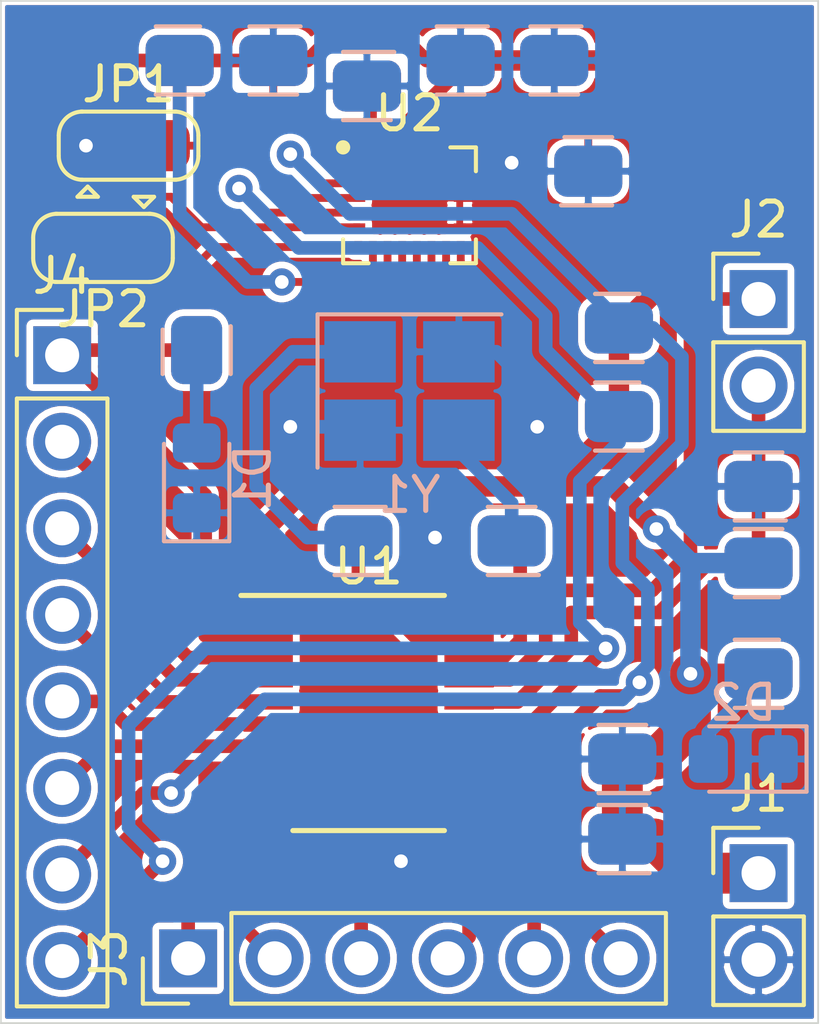
<source format=kicad_pcb>
(kicad_pcb (version 20171130) (host pcbnew "(5.1.5)-3")
  (layers (0 F.Cu signal) (31 B.Cu signal) (34 B.Paste user) (35 F.Paste user) (36 B.SilkS user) (37 F.SilkS user hide) (38 B.Mask user) (39 F.Mask user) (44 Edge.Cuts user))
  (net 0 "")
  (net 1 "Net-(C1-Pad2)")
  (net 2 "Net-(C1-Pad1)")
  (net 3 GND)
  (net 4 RST)
  (net 5 "Net-(C5-Pad1)")
  (net 6 "Net-(C5-Pad2)")
  (net 7 "Net-(D1-Pad2)")
  (net 8 "Net-(D2-Pad2)")
  (net 9 VCC)
  (net 10 TST)
  (net 11 P2.0)
  (net 12 P2.1)
  (net 13 P2.2)
  (net 14 P2.3)
  (net 15 P2.4)
  (net 16 P2.5)
  (net 17 P1.0)
  (net 18 P1.1)
  (net 19 P1.2)
  (net 20 P1.3)
  (net 21 P1.4)
  (net 22 P1.5)
  (net 23 P1.6)
  (net 24 P1.7)
  (net 25 "Net-(C6-Pad2)")
  (net 26 "Net-(C7-Pad2)")
  (net 27 "Net-(JP1-Pad2)")
  (net 28 "Net-(JP2-Pad2)")
  (net 29 I2C_SEL)
  (net 30 "Net-(U2-Pad9)")
  (net 31 "Net-(U2-Pad10)")
  (net 32 "Net-(U2-Pad11)")
  (net 33 "Net-(U2-Pad12)")
  (net 34 "Net-(U2-Pad13)")
  (module thSMD:thsmd_04_l_NH (layer B.Cu) (at 117.25 75 180)
    (fp_text reference C6 hide)
    (fp_text value 10uF hide)
    (fp_line (start 0.7 1) (end -0.7 1) (layer F.SilkS) (width 0.12))
    (fp_line (start -0.7 -1) (end 0.8 -1) (layer F.SilkS) (width 0.12))
    (fp_line (start -0.7 1) (end 0.7 1) (layer B.SilkS) (width 0.12))
    (fp_line (start -0.7 -1) (end 0.8 -1) (layer B.SilkS) (width 0.12))
    (pad 1 smd roundrect (at 0 0 180) (size 2 1.5) (layers B.Cu B.Mask) (net 3 GND))
    (pad 2 smd roundrect (at 0 0 180) (size 2 1.5) (layers F.Cu F.Mask) (net 25 "Net-(C6-Pad2)"))
  )
  (module thSMD:thsmd_04_l_NH (layer B.Cu) (at 110.75 72.5)
    (fp_text reference C7 hide)
    (fp_text value 0.1uF hide)
    (fp_line (start 0.7 1) (end -0.7 1) (layer F.SilkS) (width 0.12))
    (fp_line (start -0.7 -1) (end 0.8 -1) (layer F.SilkS) (width 0.12))
    (fp_line (start -0.7 1) (end 0.7 1) (layer B.SilkS) (width 0.12))
    (fp_line (start -0.7 -1) (end 0.8 -1) (layer B.SilkS) (width 0.12))
    (pad 1 smd roundrect (at 0 0) (size 2 1.5) (layers B.Cu B.Mask) (net 3 GND))
    (pad 2 smd roundrect (at 0 0) (size 2 1.5) (layers F.Cu F.Mask) (net 26 "Net-(C7-Pad2)"))
  )
  (module thSMD:thsmd_04_l_NH (layer B.Cu) (at 108 71.75)
    (fp_text reference C8 hide)
    (fp_text value 0.1uF hide)
    (fp_line (start -0.7 -1) (end 0.8 -1) (layer B.SilkS) (width 0.12))
    (fp_line (start -0.7 1) (end 0.7 1) (layer B.SilkS) (width 0.12))
    (fp_line (start -0.7 -1) (end 0.8 -1) (layer F.SilkS) (width 0.12))
    (fp_line (start 0.7 1) (end -0.7 1) (layer F.SilkS) (width 0.12))
    (pad 2 smd roundrect (at 0 0) (size 2 1.5) (layers F.Cu F.Mask) (net 9 VCC))
    (pad 1 smd roundrect (at 0 0) (size 2 1.5) (layers B.Cu B.Mask) (net 3 GND))
  )
  (module thSMD:thsmd_04_l_NH (layer B.Cu) (at 116.25 71.75)
    (fp_text reference C9 hide)
    (fp_text value 10uF hide)
    (fp_line (start 0.7 1) (end -0.7 1) (layer F.SilkS) (width 0.12))
    (fp_line (start -0.7 -1) (end 0.8 -1) (layer F.SilkS) (width 0.12))
    (fp_line (start -0.7 1) (end 0.7 1) (layer B.SilkS) (width 0.12))
    (fp_line (start -0.7 -1) (end 0.8 -1) (layer B.SilkS) (width 0.12))
    (pad 1 smd roundrect (at 0 0) (size 2 1.5) (layers B.Cu B.Mask) (net 3 GND))
    (pad 2 smd roundrect (at 0 0) (size 2 1.5) (layers F.Cu F.Mask) (net 9 VCC))
  )
  (module thSMD:thsmd_04_l_NH (layer B.Cu) (at 113.5 71.75)
    (fp_text reference C10 hide)
    (fp_text value 0.1uF hide)
    (fp_line (start -0.7 -1) (end 0.8 -1) (layer B.SilkS) (width 0.12))
    (fp_line (start -0.7 1) (end 0.7 1) (layer B.SilkS) (width 0.12))
    (fp_line (start -0.7 -1) (end 0.8 -1) (layer F.SilkS) (width 0.12))
    (fp_line (start 0.7 1) (end -0.7 1) (layer F.SilkS) (width 0.12))
    (pad 2 smd roundrect (at 0 0) (size 2 1.5) (layers F.Cu F.Mask) (net 9 VCC))
    (pad 1 smd roundrect (at 0 0) (size 2 1.5) (layers B.Cu B.Mask) (net 3 GND))
  )
  (module Connector_PinHeader_2.54mm:PinHeader_1x02_P2.54mm_Vertical (layer F.Cu) (at 122.25 78.75)
    (fp_text reference J2 (at 0 -2.33) (layer F.SilkS))
    (fp_text value Programmer)
    (fp_line (start -1.33 3.87) (end 1.33 3.87) (layer F.SilkS) (width 0.12))
    (fp_line (start -1.33 1.27) (end -1.33 3.87) (layer F.SilkS) (width 0.12))
    (fp_line (start 1.33 1.27) (end 1.33 3.87) (layer F.SilkS) (width 0.12))
    (fp_line (start -1.33 1.27) (end 1.33 1.27) (layer F.SilkS) (width 0.12))
    (fp_line (start -1.33 0) (end -1.33 -1.33) (layer F.SilkS) (width 0.12))
    (fp_line (start -1.33 -1.33) (end 0 -1.33) (layer F.SilkS) (width 0.12))
    (pad 1 thru_hole rect (at 0 0) (size 1.7 1.7) (drill 1) (layers *.Cu *.Mask) (net 10 TST))
    (pad 2 thru_hole oval (at 0 2.54) (size 1.7 1.7) (drill 1) (layers *.Cu *.Mask) (net 4 RST))
  )
  (module Jumper:SolderJumper-3_P1.3mm_Bridged12_RoundedPad1.0x1.5mm (layer F.Cu) (at 103.75 74.25)
    (fp_text reference JP1 (at 0 -1.8) (layer F.SilkS))
    (fp_text value I2C_ID0)
    (fp_poly (pts (xy -0.9 -0.3) (xy -0.4 -0.3) (xy -0.4 0.3) (xy -0.9 0.3)) (layer F.Cu) (width 0))
    (fp_arc (start -1.35 -0.3) (end -1.35 -1) (angle -90) (layer F.SilkS) (width 0.12))
    (fp_arc (start -1.35 0.3) (end -2.05 0.3) (angle -90) (layer F.SilkS) (width 0.12))
    (fp_arc (start 1.35 0.3) (end 1.35 1) (angle -90) (layer F.SilkS) (width 0.12))
    (fp_arc (start 1.35 -0.3) (end 2.05 -0.3) (angle -90) (layer F.SilkS) (width 0.12))
    (fp_line (start -1.4 -1) (end 1.4 -1) (layer F.SilkS) (width 0.12))
    (fp_line (start 2.05 -0.3) (end 2.05 0.3) (layer F.SilkS) (width 0.12))
    (fp_line (start 1.4 1) (end -1.4 1) (layer F.SilkS) (width 0.12))
    (fp_line (start -2.05 0.3) (end -2.05 -0.3) (layer F.SilkS) (width 0.12))
    (fp_line (start -1.2 1.2) (end -1.5 1.5) (layer F.SilkS) (width 0.12))
    (fp_line (start -1.5 1.5) (end -0.9 1.5) (layer F.SilkS) (width 0.12))
    (fp_line (start -1.2 1.2) (end -0.9 1.5) (layer F.SilkS) (width 0.12))
    (pad 1 smd custom (at -1.3 0) (size 1 0.5) (layers F.Cu F.Mask) (net 3 GND) (options (clearance outline) (anchor rect)) (primitives (gr_circle (center 0 0.25) (end 0.5 0.25) (width 0)) (gr_circle (center 0 -0.25) (end 0.5 -0.25) (width 0)) (gr_poly (pts (xy 0.55 -0.75) (xy 0 -0.75) (xy 0 0.75) (xy 0.55 0.75)) (width 0))))
    (pad 2 smd rect (at 0 0) (size 1 1.5) (layers F.Cu F.Mask) (net 27 "Net-(JP1-Pad2)"))
    (pad 3 smd custom (at 1.3 0) (size 1 0.5) (layers F.Cu F.Mask) (net 9 VCC) (options (clearance outline) (anchor rect)) (primitives (gr_circle (center 0 0.25) (end 0.5 0.25) (width 0)) (gr_circle (center 0 -0.25) (end 0.5 -0.25) (width 0)) (gr_poly (pts (xy -0.55 -0.75) (xy 0 -0.75) (xy 0 0.75) (xy -0.55 0.75)) (width 0))))
  )
  (module Jumper:SolderJumper-3_P1.3mm_Bridged12_RoundedPad1.0x1.5mm (layer F.Cu) (at 103 77.25 180)
    (fp_text reference JP2 (at 0 -1.8) (layer F.SilkS))
    (fp_text value I2C_ID1)
    (fp_line (start -1.2 1.2) (end -0.9 1.5) (layer F.SilkS) (width 0.12))
    (fp_line (start -1.5 1.5) (end -0.9 1.5) (layer F.SilkS) (width 0.12))
    (fp_line (start -1.2 1.2) (end -1.5 1.5) (layer F.SilkS) (width 0.12))
    (fp_line (start -2.05 0.3) (end -2.05 -0.3) (layer F.SilkS) (width 0.12))
    (fp_line (start 1.4 1) (end -1.4 1) (layer F.SilkS) (width 0.12))
    (fp_line (start 2.05 -0.3) (end 2.05 0.3) (layer F.SilkS) (width 0.12))
    (fp_line (start -1.4 -1) (end 1.4 -1) (layer F.SilkS) (width 0.12))
    (fp_arc (start 1.35 -0.3) (end 2.05 -0.3) (angle -90) (layer F.SilkS) (width 0.12))
    (fp_arc (start 1.35 0.3) (end 1.35 1) (angle -90) (layer F.SilkS) (width 0.12))
    (fp_arc (start -1.35 0.3) (end -2.05 0.3) (angle -90) (layer F.SilkS) (width 0.12))
    (fp_arc (start -1.35 -0.3) (end -1.35 -1) (angle -90) (layer F.SilkS) (width 0.12))
    (fp_poly (pts (xy -0.9 -0.3) (xy -0.4 -0.3) (xy -0.4 0.3) (xy -0.9 0.3)) (layer F.Cu) (width 0))
    (pad 3 smd custom (at 1.3 0 180) (size 1 0.5) (layers F.Cu F.Mask) (net 9 VCC) (options (clearance outline) (anchor rect)) (primitives (gr_circle (center 0 0.25) (end 0.5 0.25) (width 0)) (gr_circle (center 0 -0.25) (end 0.5 -0.25) (width 0)) (gr_poly (pts (xy -0.55 -0.75) (xy 0 -0.75) (xy 0 0.75) (xy -0.55 0.75)) (width 0))))
    (pad 2 smd rect (at 0 0 180) (size 1 1.5) (layers F.Cu F.Mask) (net 28 "Net-(JP2-Pad2)"))
    (pad 1 smd custom (at -1.3 0 180) (size 1 0.5) (layers F.Cu F.Mask) (net 3 GND) (options (clearance outline) (anchor rect)) (primitives (gr_circle (center 0 0.25) (end 0.5 0.25) (width 0)) (gr_circle (center 0 -0.25) (end 0.5 -0.25) (width 0)) (gr_poly (pts (xy 0.55 -0.75) (xy 0 -0.75) (xy 0 0.75) (xy 0.55 0.75)) (width 0))))
  )
  (module thSMD:thsmd_04_s_NH (layer F.Cu) (at 118.15 79.6)
    (fp_text reference R4 hide)
    (fp_text value 10k hide)
    (fp_line (start -0.7 -1) (end 0.6 -1) (layer F.SilkS) (width 0.12))
    (fp_line (start -0.7 1) (end 0.7 1) (layer F.SilkS) (width 0.12))
    (fp_line (start -0.7 -1) (end 0.6 -1) (layer B.SilkS) (width 0.12))
    (fp_line (start -0.7 1) (end 0.7 1) (layer B.SilkS) (width 0.12))
    (pad 1 smd roundrect (at 0 0) (size 2 1.5) (layers F.Cu F.Mask) (net 9 VCC))
    (pad 2 smd roundrect (at 0 0) (size 2 1.5) (layers B.Cu B.Mask) (net 23 P1.6))
  )
  (module thSMD:thsmd_04_s_NH (layer F.Cu) (at 118.15 82.2)
    (fp_text reference R5 hide)
    (fp_text value 10k hide)
    (fp_line (start -0.7 1) (end 0.7 1) (layer B.SilkS) (width 0.12))
    (fp_line (start -0.7 -1) (end 0.6 -1) (layer B.SilkS) (width 0.12))
    (fp_line (start -0.7 1) (end 0.7 1) (layer F.SilkS) (width 0.12))
    (fp_line (start -0.7 -1) (end 0.6 -1) (layer F.SilkS) (width 0.12))
    (pad 2 smd roundrect (at 0 0) (size 2 1.5) (layers B.Cu B.Mask) (net 24 P1.7))
    (pad 1 smd roundrect (at 0 0) (size 2 1.5) (layers F.Cu F.Mask) (net 9 VCC))
  )
  (module thSMD:thsmd_04_s_NH (layer F.Cu) (at 105.25 71.75)
    (fp_text reference R6 hide)
    (fp_text value 10k hide)
    (fp_line (start -0.7 -1) (end 0.6 -1) (layer F.SilkS) (width 0.12))
    (fp_line (start -0.7 1) (end 0.7 1) (layer F.SilkS) (width 0.12))
    (fp_line (start -0.7 -1) (end 0.6 -1) (layer B.SilkS) (width 0.12))
    (fp_line (start -0.7 1) (end 0.7 1) (layer B.SilkS) (width 0.12))
    (pad 1 smd roundrect (at 0 0) (size 2 1.5) (layers F.Cu F.Mask) (net 9 VCC))
    (pad 2 smd roundrect (at 0 0) (size 2 1.5) (layers B.Cu B.Mask) (net 29 I2C_SEL))
  )
  (module Package_LGA:LGA-24L_3x3.5mm_P0.43mm (layer F.Cu) (at 112 76)
    (fp_text reference U2 (at 0 -2.7) (layer F.SilkS))
    (fp_text value LSM9DS1)
    (fp_circle (center -1.95 -1.7) (end -1.89 -1.7) (layer F.SilkS) (width 0.12))
    (fp_circle (center -1.95 -1.7) (end -1.8 -1.7) (layer F.SilkS) (width 0.12))
    (fp_line (start -1.95 1.7) (end -1.95 1) (layer F.SilkS) (width 0.12))
    (fp_line (start 1.95 1.7) (end 1.2 1.7) (layer F.SilkS) (width 0.12))
    (fp_line (start 1.95 -1.7) (end 1.95 -1) (layer F.SilkS) (width 0.12))
    (fp_line (start 1.2 -1.7) (end 1.95 -1.7) (layer F.SilkS) (width 0.12))
    (fp_line (start 1.95 1) (end 1.95 1.7) (layer F.SilkS) (width 0.12))
    (fp_line (start -1.2 1.7) (end -1.95 1.7) (layer F.SilkS) (width 0.12))
    (pad 1 smd rect (at -1.505 -1.225) (size 0.23 0.35) (layers F.Cu F.Paste F.Mask) (net 9 VCC))
    (pad 2 smd rect (at -1.475 -0.645) (size 0.35 0.23) (layers F.Cu F.Paste F.Mask) (net 23 P1.6))
    (pad 17 smd rect (at 1.475 -0.645) (size 0.35 0.23) (layers F.Cu F.Paste F.Mask) (net 3 GND))
    (pad 3 smd rect (at -1.475 -0.215) (size 0.35 0.23) (layers F.Cu F.Paste F.Mask) (net 9 VCC))
    (pad 16 smd rect (at 1.475 -0.215) (size 0.35 0.23) (layers F.Cu F.Paste F.Mask) (net 3 GND))
    (pad 4 smd rect (at -1.475 0.215) (size 0.35 0.23) (layers F.Cu F.Paste F.Mask) (net 24 P1.7))
    (pad 15 smd rect (at 1.475 0.215) (size 0.35 0.23) (layers F.Cu F.Paste F.Mask) (net 3 GND))
    (pad 5 smd rect (at -1.475 0.645) (size 0.35 0.23) (layers F.Cu F.Paste F.Mask) (net 27 "Net-(JP1-Pad2)"))
    (pad 14 smd rect (at 1.475 0.645) (size 0.35 0.23) (layers F.Cu F.Paste F.Mask) (net 3 GND))
    (pad 24 smd rect (at -1.075 -1.225) (size 0.23 0.35) (layers F.Cu F.Paste F.Mask) (net 26 "Net-(C7-Pad2)"))
    (pad 23 smd rect (at -0.645 -1.225) (size 0.23 0.35) (layers F.Cu F.Paste F.Mask) (net 9 VCC))
    (pad 22 smd rect (at -0.215 -1.225) (size 0.23 0.35) (layers F.Cu F.Paste F.Mask) (net 9 VCC))
    (pad 21 smd rect (at 0.215 -1.225) (size 0.23 0.35) (layers F.Cu F.Paste F.Mask) (net 25 "Net-(C6-Pad2)"))
    (pad 20 smd rect (at 0.645 -1.225) (size 0.23 0.35) (layers F.Cu F.Paste F.Mask) (net 3 GND))
    (pad 19 smd rect (at 1.075 -1.225) (size 0.23 0.35) (layers F.Cu F.Paste F.Mask) (net 3 GND))
    (pad 18 smd rect (at 1.505 -1.225) (size 0.23 0.35) (layers F.Cu F.Paste F.Mask) (net 3 GND))
    (pad 6 smd rect (at -1.505 1.225) (size 0.23 0.35) (layers F.Cu F.Paste F.Mask) (net 28 "Net-(JP2-Pad2)"))
    (pad 7 smd rect (at -1.075 1.225) (size 0.23 0.35) (layers F.Cu F.Paste F.Mask) (net 29 I2C_SEL))
    (pad 8 smd rect (at -0.645 1.225) (size 0.23 0.35) (layers F.Cu F.Paste F.Mask) (net 29 I2C_SEL))
    (pad 9 smd rect (at -0.215 1.225) (size 0.23 0.35) (layers F.Cu F.Paste F.Mask) (net 30 "Net-(U2-Pad9)"))
    (pad 10 smd rect (at 0.215 1.225) (size 0.23 0.35) (layers F.Cu F.Paste F.Mask) (net 31 "Net-(U2-Pad10)"))
    (pad 11 smd rect (at 0.645 1.225) (size 0.23 0.35) (layers F.Cu F.Paste F.Mask) (net 32 "Net-(U2-Pad11)"))
    (pad 12 smd rect (at 1.075 1.225) (size 0.23 0.35) (layers F.Cu F.Paste F.Mask) (net 33 "Net-(U2-Pad12)"))
    (pad 13 smd rect (at 1.505 1.225) (size 0.23 0.35) (layers F.Cu F.Paste F.Mask) (net 34 "Net-(U2-Pad13)"))
  )
  (module thSMD:thsmd_04_l_NH (layer B.Cu) (at 110.5 85.85)
    (fp_text reference C1 hide)
    (fp_text value 14pf hide)
    (fp_line (start -0.7 -1) (end 0.8 -1) (layer B.SilkS) (width 0.12))
    (fp_line (start -0.7 1) (end 0.7 1) (layer B.SilkS) (width 0.12))
    (fp_line (start -0.7 -1) (end 0.8 -1) (layer F.SilkS) (width 0.12))
    (fp_line (start 0.7 1) (end -0.7 1) (layer F.SilkS) (width 0.12))
    (pad 2 smd roundrect (at 0 0) (size 2 1.5) (layers F.Cu F.Mask) (net 1 "Net-(C1-Pad2)"))
    (pad 1 smd roundrect (at 0 0) (size 2 1.5) (layers B.Cu B.Mask) (net 2 "Net-(C1-Pad1)"))
  )
  (module thSMD:thsmd_04_l_NH (layer F.Cu) (at 118.25 94.6)
    (fp_text reference C2 hide)
    (fp_text value 10uf hide)
    (fp_line (start 0.7 -1) (end -0.7 -1) (layer B.SilkS) (width 0.12))
    (fp_line (start -0.7 1) (end 0.8 1) (layer B.SilkS) (width 0.12))
    (fp_line (start -0.7 -1) (end 0.7 -1) (layer F.SilkS) (width 0.12))
    (fp_line (start -0.7 1) (end 0.8 1) (layer F.SilkS) (width 0.12))
    (pad 1 smd roundrect (at 0 0) (size 2 1.5) (layers F.Cu F.Mask) (net 9 VCC))
    (pad 2 smd roundrect (at 0 0) (size 2 1.5) (layers B.Cu B.Mask) (net 3 GND))
  )
  (module thSMD:thsmd_04_l_NH (layer F.Cu) (at 118.25 92.25)
    (fp_text reference C3 hide)
    (fp_text value 100nf hide)
    (fp_line (start -0.7 1) (end 0.8 1) (layer F.SilkS) (width 0.12))
    (fp_line (start -0.7 -1) (end 0.7 -1) (layer F.SilkS) (width 0.12))
    (fp_line (start -0.7 1) (end 0.8 1) (layer B.SilkS) (width 0.12))
    (fp_line (start 0.7 -1) (end -0.7 -1) (layer B.SilkS) (width 0.12))
    (pad 2 smd roundrect (at 0 0) (size 2 1.5) (layers B.Cu B.Mask) (net 3 GND))
    (pad 1 smd roundrect (at 0 0) (size 2 1.5) (layers F.Cu F.Mask) (net 9 VCC))
  )
  (module thSMD:thsmd_04_l_NH (layer F.Cu) (at 122.25 84.25)
    (fp_text reference C4 hide)
    (fp_text value 2.2nf hide)
    (fp_line (start 0.7 -1) (end -0.7 -1) (layer B.SilkS) (width 0.12))
    (fp_line (start -0.7 1) (end 0.8 1) (layer B.SilkS) (width 0.12))
    (fp_line (start -0.7 -1) (end 0.7 -1) (layer F.SilkS) (width 0.12))
    (fp_line (start -0.7 1) (end 0.8 1) (layer F.SilkS) (width 0.12))
    (pad 1 smd roundrect (at 0 0) (size 2 1.5) (layers F.Cu F.Mask) (net 4 RST))
    (pad 2 smd roundrect (at 0 0) (size 2 1.5) (layers B.Cu B.Mask) (net 3 GND))
  )
  (module thSMD:thsmd_04_l_NH (layer F.Cu) (at 115 85.85)
    (fp_text reference C5 hide)
    (fp_text value 14pf hide)
    (fp_line (start 0.7 -1) (end -0.7 -1) (layer B.SilkS) (width 0.12))
    (fp_line (start -0.7 1) (end 0.8 1) (layer B.SilkS) (width 0.12))
    (fp_line (start -0.7 -1) (end 0.7 -1) (layer F.SilkS) (width 0.12))
    (fp_line (start -0.7 1) (end 0.8 1) (layer F.SilkS) (width 0.12))
    (pad 1 smd roundrect (at 0 0) (size 2 1.5) (layers F.Cu F.Mask) (net 5 "Net-(C5-Pad1)"))
    (pad 2 smd roundrect (at 0 0) (size 2 1.5) (layers B.Cu B.Mask) (net 6 "Net-(C5-Pad2)"))
  )
  (module LED_SMD:LED_0805_2012Metric_Pad1.15x1.40mm_HandSolder (layer B.Cu) (at 105.75 84 90)
    (fp_text reference D1 (at 0 1.65 270) (layer B.SilkS) (effects (justify mirror)))
    (fp_text value LED)
    (fp_line (start -1.86 -0.96) (end 1 -0.96) (layer B.SilkS) (width 0.12))
    (fp_line (start -1.86 0.96) (end -1.86 -0.96) (layer B.SilkS) (width 0.12))
    (fp_line (start 1 0.96) (end -1.86 0.96) (layer B.SilkS) (width 0.12))
    (pad 2 smd roundrect (at 1.025 0 90) (size 1.15 1.4) (layers B.Cu B.Paste B.Mask) (roundrect_rratio 0.217391) (net 7 "Net-(D1-Pad2)"))
    (pad 1 smd roundrect (at -1.025 0 90) (size 1.15 1.4) (layers B.Cu B.Paste B.Mask) (roundrect_rratio 0.217391) (net 3 GND))
  )
  (module LED_SMD:LED_0805_2012Metric_Pad1.15x1.40mm_HandSolder (layer B.Cu) (at 121.8 92.25 180)
    (fp_text reference D2 (at 0 1.65 180) (layer B.SilkS) (effects (justify mirror)))
    (fp_text value LED)
    (fp_line (start 1 0.96) (end -1.86 0.96) (layer B.SilkS) (width 0.12))
    (fp_line (start -1.86 0.96) (end -1.86 -0.96) (layer B.SilkS) (width 0.12))
    (fp_line (start -1.86 -0.96) (end 1 -0.96) (layer B.SilkS) (width 0.12))
    (pad 1 smd roundrect (at -1.025 0 180) (size 1.15 1.4) (layers B.Cu B.Paste B.Mask) (roundrect_rratio 0.217391) (net 3 GND))
    (pad 2 smd roundrect (at 1.025 0 180) (size 1.15 1.4) (layers B.Cu B.Paste B.Mask) (roundrect_rratio 0.217391) (net 8 "Net-(D2-Pad2)"))
  )
  (module Connector_PinHeader_2.54mm:PinHeader_1x02_P2.54mm_Vertical (layer F.Cu) (at 122.25 95.6)
    (fp_text reference J1 (at 0 -2.33) (layer F.SilkS))
    (fp_text value Power)
    (fp_line (start -1.33 3.87) (end 1.33 3.87) (layer F.SilkS) (width 0.12))
    (fp_line (start -1.33 1.27) (end -1.33 3.87) (layer F.SilkS) (width 0.12))
    (fp_line (start 1.33 1.27) (end 1.33 3.87) (layer F.SilkS) (width 0.12))
    (fp_line (start -1.33 1.27) (end 1.33 1.27) (layer F.SilkS) (width 0.12))
    (fp_line (start -1.33 0) (end -1.33 -1.33) (layer F.SilkS) (width 0.12))
    (fp_line (start -1.33 -1.33) (end 0 -1.33) (layer F.SilkS) (width 0.12))
    (pad 1 thru_hole rect (at 0 0) (size 1.7 1.7) (drill 1) (layers *.Cu *.Mask) (net 9 VCC))
    (pad 2 thru_hole oval (at 0 2.54) (size 1.7 1.7) (drill 1) (layers *.Cu *.Mask) (net 3 GND))
  )
  (module Connector_PinHeader_2.54mm:PinHeader_1x06_P2.54mm_Vertical (layer F.Cu) (at 105.5 98.1 90)
    (fp_text reference J3 (at 0 -2.33 90) (layer F.SilkS))
    (fp_text value Conn_01x06_Female)
    (fp_line (start -1.33 14.03) (end 1.33 14.03) (layer F.SilkS) (width 0.12))
    (fp_line (start -1.33 1.27) (end -1.33 14.03) (layer F.SilkS) (width 0.12))
    (fp_line (start 1.33 1.27) (end 1.33 14.03) (layer F.SilkS) (width 0.12))
    (fp_line (start -1.33 1.27) (end 1.33 1.27) (layer F.SilkS) (width 0.12))
    (fp_line (start -1.33 0) (end -1.33 -1.33) (layer F.SilkS) (width 0.12))
    (fp_line (start -1.33 -1.33) (end 0 -1.33) (layer F.SilkS) (width 0.12))
    (pad 1 thru_hole rect (at 0 0 90) (size 1.7 1.7) (drill 1) (layers *.Cu *.Mask) (net 11 P2.0))
    (pad 2 thru_hole oval (at 0 2.54 90) (size 1.7 1.7) (drill 1) (layers *.Cu *.Mask) (net 12 P2.1))
    (pad 3 thru_hole oval (at 0 5.08 90) (size 1.7 1.7) (drill 1) (layers *.Cu *.Mask) (net 13 P2.2))
    (pad 4 thru_hole oval (at 0 7.62 90) (size 1.7 1.7) (drill 1) (layers *.Cu *.Mask) (net 14 P2.3))
    (pad 5 thru_hole oval (at 0 10.16 90) (size 1.7 1.7) (drill 1) (layers *.Cu *.Mask) (net 15 P2.4))
    (pad 6 thru_hole oval (at 0 12.7 90) (size 1.7 1.7) (drill 1) (layers *.Cu *.Mask) (net 16 P2.5))
  )
  (module Connector_PinHeader_2.54mm:PinHeader_1x08_P2.54mm_Vertical (layer F.Cu) (at 101.8 80.4)
    (fp_text reference J4 (at 0 -2.33) (layer F.SilkS))
    (fp_text value Conn_01x08_Female)
    (fp_line (start -1.33 19.11) (end 1.33 19.11) (layer F.SilkS) (width 0.12))
    (fp_line (start -1.33 1.27) (end -1.33 19.11) (layer F.SilkS) (width 0.12))
    (fp_line (start 1.33 1.27) (end 1.33 19.11) (layer F.SilkS) (width 0.12))
    (fp_line (start -1.33 1.27) (end 1.33 1.27) (layer F.SilkS) (width 0.12))
    (fp_line (start -1.33 0) (end -1.33 -1.33) (layer F.SilkS) (width 0.12))
    (fp_line (start -1.33 -1.33) (end 0 -1.33) (layer F.SilkS) (width 0.12))
    (pad 1 thru_hole rect (at 0 0) (size 1.7 1.7) (drill 1) (layers *.Cu *.Mask) (net 17 P1.0))
    (pad 2 thru_hole oval (at 0 2.54) (size 1.7 1.7) (drill 1) (layers *.Cu *.Mask) (net 18 P1.1))
    (pad 3 thru_hole oval (at 0 5.08) (size 1.7 1.7) (drill 1) (layers *.Cu *.Mask) (net 19 P1.2))
    (pad 4 thru_hole oval (at 0 7.62) (size 1.7 1.7) (drill 1) (layers *.Cu *.Mask) (net 20 P1.3))
    (pad 5 thru_hole oval (at 0 10.16) (size 1.7 1.7) (drill 1) (layers *.Cu *.Mask) (net 21 P1.4))
    (pad 6 thru_hole oval (at 0 12.7) (size 1.7 1.7) (drill 1) (layers *.Cu *.Mask) (net 22 P1.5))
    (pad 7 thru_hole oval (at 0 15.24) (size 1.7 1.7) (drill 1) (layers *.Cu *.Mask) (net 23 P1.6))
    (pad 8 thru_hole oval (at 0 17.78) (size 1.7 1.7) (drill 1) (layers *.Cu *.Mask) (net 24 P1.7))
  )
  (module thSMD:thsmd_04_s_NH (layer B.Cu) (at 122.25 86.5)
    (fp_text reference R1 hide)
    (fp_text value 47k hide)
    (fp_line (start -0.7 -1) (end 0.7 -1) (layer F.SilkS) (width 0.12))
    (fp_line (start -0.7 1) (end 0.6 1) (layer F.SilkS) (width 0.12))
    (fp_line (start -0.7 -1) (end 0.7 -1) (layer B.SilkS) (width 0.12))
    (fp_line (start -0.7 1) (end 0.6 1) (layer B.SilkS) (width 0.12))
    (pad 2 smd roundrect (at 0 0) (size 2 1.5) (layers F.Cu F.Mask) (net 4 RST))
    (pad 1 smd roundrect (at 0 0) (size 2 1.5) (layers B.Cu B.Mask) (net 9 VCC))
  )
  (module thSMD:thsmd_04_s_NH (layer F.Cu) (at 105.75 80.25 90)
    (fp_text reference R2 hide)
    (fp_text value 220 hide)
    (fp_line (start -0.7 -1) (end 0.6 -1) (layer F.SilkS) (width 0.12))
    (fp_line (start -0.7 1) (end 0.7 1) (layer F.SilkS) (width 0.12))
    (fp_line (start -0.7 -1) (end 0.6 -1) (layer B.SilkS) (width 0.12))
    (fp_line (start -0.7 1) (end 0.7 1) (layer B.SilkS) (width 0.12))
    (pad 1 smd roundrect (at 0 0 90) (size 2 1.5) (layers F.Cu F.Mask) (net 17 P1.0))
    (pad 2 smd roundrect (at 0 0 90) (size 2 1.5) (layers B.Cu B.Mask) (net 7 "Net-(D1-Pad2)"))
  )
  (module thSMD:thsmd_04_s_NH (layer F.Cu) (at 122.25 89.75)
    (fp_text reference R3 hide)
    (fp_text value 220 hide)
    (fp_line (start -0.7 -1) (end 0.6 -1) (layer F.SilkS) (width 0.12))
    (fp_line (start -0.7 1) (end 0.7 1) (layer F.SilkS) (width 0.12))
    (fp_line (start -0.7 -1) (end 0.6 -1) (layer B.SilkS) (width 0.12))
    (fp_line (start -0.7 1) (end 0.7 1) (layer B.SilkS) (width 0.12))
    (pad 1 smd roundrect (at 0 0) (size 2 1.5) (layers F.Cu F.Mask) (net 9 VCC))
    (pad 2 smd roundrect (at 0 0) (size 2 1.5) (layers B.Cu B.Mask) (net 8 "Net-(D2-Pad2)"))
  )
  (module Package_SO:TSSOP-20_4.4x6.5mm_P0.65mm (layer F.Cu) (at 110.8 90.9)
    (fp_text reference U1 (at 0 -4.3) (layer F.SilkS))
    (fp_text value MSP430G2553IPW20)
    (fp_line (start -2.225 3.45) (end 2.225 3.45) (layer F.SilkS) (width 0.15))
    (fp_line (start -3.75 -3.45) (end 2.225 -3.45) (layer F.SilkS) (width 0.15))
    (pad 1 smd rect (at -2.95 -2.925) (size 1.45 0.45) (layers F.Cu F.Paste F.Mask) (net 9 VCC))
    (pad 2 smd rect (at -2.95 -2.275) (size 1.45 0.45) (layers F.Cu F.Paste F.Mask) (net 17 P1.0))
    (pad 3 smd rect (at -2.95 -1.625) (size 1.45 0.45) (layers F.Cu F.Paste F.Mask) (net 18 P1.1))
    (pad 4 smd rect (at -2.95 -0.975) (size 1.45 0.45) (layers F.Cu F.Paste F.Mask) (net 19 P1.2))
    (pad 5 smd rect (at -2.95 -0.325) (size 1.45 0.45) (layers F.Cu F.Paste F.Mask) (net 20 P1.3))
    (pad 6 smd rect (at -2.95 0.325) (size 1.45 0.45) (layers F.Cu F.Paste F.Mask) (net 21 P1.4))
    (pad 7 smd rect (at -2.95 0.975) (size 1.45 0.45) (layers F.Cu F.Paste F.Mask) (net 22 P1.5))
    (pad 8 smd rect (at -2.95 1.625) (size 1.45 0.45) (layers F.Cu F.Paste F.Mask) (net 11 P2.0))
    (pad 9 smd rect (at -2.95 2.275) (size 1.45 0.45) (layers F.Cu F.Paste F.Mask) (net 12 P2.1))
    (pad 10 smd rect (at -2.95 2.925) (size 1.45 0.45) (layers F.Cu F.Paste F.Mask) (net 13 P2.2))
    (pad 11 smd rect (at 2.95 2.925) (size 1.45 0.45) (layers F.Cu F.Paste F.Mask) (net 14 P2.3))
    (pad 12 smd rect (at 2.95 2.275) (size 1.45 0.45) (layers F.Cu F.Paste F.Mask) (net 15 P2.4))
    (pad 13 smd rect (at 2.95 1.625) (size 1.45 0.45) (layers F.Cu F.Paste F.Mask) (net 16 P2.5))
    (pad 14 smd rect (at 2.95 0.975) (size 1.45 0.45) (layers F.Cu F.Paste F.Mask) (net 23 P1.6))
    (pad 15 smd rect (at 2.95 0.325) (size 1.45 0.45) (layers F.Cu F.Paste F.Mask) (net 24 P1.7))
    (pad 16 smd rect (at 2.95 -0.325) (size 1.45 0.45) (layers F.Cu F.Paste F.Mask) (net 4 RST))
    (pad 17 smd rect (at 2.95 -0.975) (size 1.45 0.45) (layers F.Cu F.Paste F.Mask) (net 10 TST))
    (pad 18 smd rect (at 2.95 -1.625) (size 1.45 0.45) (layers F.Cu F.Paste F.Mask) (net 5 "Net-(C5-Pad1)"))
    (pad 19 smd rect (at 2.95 -2.275) (size 1.45 0.45) (layers F.Cu F.Paste F.Mask) (net 1 "Net-(C1-Pad2)"))
    (pad 20 smd rect (at 2.95 -2.925) (size 1.45 0.45) (layers F.Cu F.Paste F.Mask) (net 3 GND))
  )
  (module Crystal:Crystal_SMD_3225-4Pin_3.2x2.5mm_HandSoldering (layer B.Cu) (at 112 81.45)
    (fp_text reference Y1 (at 0 3.05) (layer B.SilkS) (effects (justify mirror)))
    (fp_text value Crystal_GND24)
    (fp_line (start -2.7 2.25) (end -2.7 -2.25) (layer B.SilkS) (width 0.12))
    (fp_line (start -2.7 -2.25) (end 2.7 -2.25) (layer B.SilkS) (width 0.12))
    (pad 1 smd rect (at -1.45 -1.15) (size 2.1 1.8) (layers B.Cu B.Paste B.Mask) (net 2 "Net-(C1-Pad1)"))
    (pad 2 smd rect (at 1.45 -1.15) (size 2.1 1.8) (layers B.Cu B.Paste B.Mask) (net 3 GND))
    (pad 3 smd rect (at 1.45 1.15) (size 2.1 1.8) (layers B.Cu B.Paste B.Mask) (net 6 "Net-(C5-Pad2)"))
    (pad 4 smd rect (at -1.45 1.15) (size 2.1 1.8) (layers B.Cu B.Paste B.Mask) (net 3 GND))
  )
  (gr_line (start 100 70) (end 100 100) (layer Edge.Cuts) (width 0.05))
  (gr_line (start 124 70) (end 100 70) (layer Edge.Cuts) (width 0.05))
  (gr_line (start 124 100) (end 124 70) (layer Edge.Cuts) (width 0.05))
  (gr_line (start 100 100) (end 124 100) (layer Edge.Cuts) (width 0.05))
  (via (at 112.75 85.75) (size 0.8) (drill 0.4) (layers F.Cu B.Cu) (net 3))
  (segment (start 110.5 87) (end 110.5 85.85) (width 0.4) (layer F.Cu) (net 1))
  (segment (start 113.75 88.625) (end 112.125 88.625) (width 0.4) (layer F.Cu) (net 1))
  (segment (start 112.125 88.625) (end 110.5 87) (width 0.4) (layer F.Cu) (net 1))
  (segment (start 108.575 80.3) (end 110.55 80.3) (width 0.4) (layer B.Cu) (net 2))
  (segment (start 110.4 85.75) (end 109 85.75) (width 0.4) (layer B.Cu) (net 2))
  (segment (start 107.5 84.25) (end 107.5 81.375) (width 0.4) (layer B.Cu) (net 2))
  (segment (start 107.5 81.375) (end 108.575 80.3) (width 0.4) (layer B.Cu) (net 2))
  (segment (start 110.5 85.85) (end 110.4 85.75) (width 0.4) (layer B.Cu) (net 2))
  (segment (start 109 85.75) (end 107.5 84.25) (width 0.4) (layer B.Cu) (net 2))
  (segment (start 103.5 75.75) (end 102.75 75.75) (width 0.23) (layer F.Cu) (net 3))
  (segment (start 102.75 75.75) (end 102.45 75.45) (width 0.23) (layer F.Cu) (net 3))
  (segment (start 104.3 77.25) (end 104.3 76.55) (width 0.23) (layer F.Cu) (net 3))
  (segment (start 102.45 75.45) (end 102.45 74.25) (width 0.23) (layer F.Cu) (net 3))
  (segment (start 104.3 76.55) (end 103.5 75.75) (width 0.23) (layer F.Cu) (net 3))
  (via (at 102.5 74.25) (size 0.8) (drill 0.4) (layers F.Cu B.Cu) (net 3))
  (segment (start 112.645 74.775) (end 112.645 74.463124) (width 0.23) (layer F.Cu) (net 3))
  (segment (start 112.645 74.463124) (end 113.108124 74) (width 0.23) (layer F.Cu) (net 3))
  (segment (start 113.25 74.195) (end 113.25 74) (width 0.23) (layer F.Cu) (net 3))
  (segment (start 113.075 74.775) (end 113.075 74.37) (width 0.23) (layer F.Cu) (net 3))
  (segment (start 113.075 74.37) (end 113.25 74.195) (width 0.23) (layer F.Cu) (net 3))
  (segment (start 113.108124 74) (end 113.25 74) (width 0.23) (layer F.Cu) (net 3))
  (segment (start 113.25 74) (end 113.369754 74) (width 0.23) (layer F.Cu) (net 3))
  (segment (start 113.505 74.775) (end 113.505 74.005) (width 0.23) (layer F.Cu) (net 3))
  (segment (start 113.505 74.005) (end 113.5 74) (width 0.23) (layer F.Cu) (net 3))
  (segment (start 113.5 74) (end 113.369754 74) (width 0.6) (layer F.Cu) (net 3))
  (via (at 108.5 82.5) (size 0.8) (drill 0.4) (layers F.Cu B.Cu) (net 3))
  (via (at 111.75 95.25) (size 0.8) (drill 0.4) (layers F.Cu B.Cu) (net 3))
  (via (at 115.75 82.5) (size 0.8) (drill 0.4) (layers F.Cu B.Cu) (net 3))
  (segment (start 110.45 82.5) (end 110.55 82.6) (width 0.4) (layer B.Cu) (net 3))
  (segment (start 108.5 82.5) (end 110.45 82.5) (width 0.4) (layer B.Cu) (net 3))
  (via (at 115 74.75) (size 0.8) (drill 0.4) (layers F.Cu B.Cu) (net 3))
  (segment (start 115 74.25) (end 115 74.75) (width 0.6) (layer F.Cu) (net 3))
  (segment (start 113.5 74) (end 114.75 74) (width 0.6) (layer F.Cu) (net 3))
  (segment (start 114.75 74) (end 115 74.25) (width 0.6) (layer F.Cu) (net 3))
  (segment (start 114.395 75.355) (end 115 74.75) (width 0.23) (layer F.Cu) (net 3))
  (segment (start 113.475 75.355) (end 114.395 75.355) (width 0.23) (layer F.Cu) (net 3))
  (segment (start 115 75.25) (end 115 74.75) (width 0.6) (layer F.Cu) (net 3))
  (segment (start 115 76.75) (end 115 75.25) (width 0.6) (layer F.Cu) (net 3))
  (segment (start 114.895 76.645) (end 115 76.75) (width 0.23) (layer F.Cu) (net 3))
  (segment (start 113.475 76.645) (end 114.895 76.645) (width 0.23) (layer F.Cu) (net 3))
  (segment (start 114.965 76.215) (end 115 76.25) (width 0.23) (layer F.Cu) (net 3))
  (segment (start 113.475 76.215) (end 114.965 76.215) (width 0.23) (layer F.Cu) (net 3))
  (segment (start 114.965 75.785) (end 115 75.75) (width 0.23) (layer F.Cu) (net 3))
  (segment (start 113.475 75.785) (end 114.965 75.785) (width 0.23) (layer F.Cu) (net 3))
  (segment (start 115.75 81.5) (end 115.75 81.934315) (width 0.4) (layer B.Cu) (net 3))
  (segment (start 115.75 81.934315) (end 115.75 82.5) (width 0.4) (layer B.Cu) (net 3))
  (segment (start 113.45 80.3) (end 114.55 80.3) (width 0.4) (layer B.Cu) (net 3))
  (segment (start 114.55 80.3) (end 115.75 81.5) (width 0.4) (layer B.Cu) (net 3))
  (segment (start 122.25 81.29) (end 122.25 84.25) (width 0.4) (layer F.Cu) (net 4))
  (segment (start 122.25 84.25) (end 122.25 86.5) (width 0.4) (layer F.Cu) (net 4))
  (segment (start 121.25 86.5) (end 122.25 86.5) (width 0.4) (layer F.Cu) (net 4))
  (segment (start 120.782547 86.5) (end 121.25 86.5) (width 0.4) (layer F.Cu) (net 4))
  (segment (start 115.175 90.575) (end 116.75 89) (width 0.4) (layer F.Cu) (net 4))
  (segment (start 113.75 90.575) (end 115.175 90.575) (width 0.4) (layer F.Cu) (net 4))
  (segment (start 116.75 89) (end 116.75 87.949999) (width 0.4) (layer F.Cu) (net 4))
  (segment (start 116.75 87.949999) (end 119.332548 87.949999) (width 0.4) (layer F.Cu) (net 4))
  (segment (start 119.332548 87.949999) (end 120.782547 86.5) (width 0.4) (layer F.Cu) (net 4))
  (segment (start 115.25 88.770397) (end 115.25 86.1) (width 0.4) (layer F.Cu) (net 5))
  (segment (start 113.75 89.275) (end 114.745397 89.275) (width 0.4) (layer F.Cu) (net 5))
  (segment (start 115.25 86.1) (end 115 85.85) (width 0.4) (layer F.Cu) (net 5))
  (segment (start 114.745397 89.275) (end 115.25 88.770397) (width 0.4) (layer F.Cu) (net 5))
  (segment (start 113.45 82.6) (end 113.45 83.2) (width 0.4) (layer B.Cu) (net 6))
  (segment (start 115 84.75) (end 115 85.85) (width 0.4) (layer B.Cu) (net 6))
  (segment (start 113.45 83.2) (end 115 84.75) (width 0.4) (layer B.Cu) (net 6))
  (segment (start 105.75 80.25) (end 105.75 82.975) (width 0.4) (layer B.Cu) (net 7))
  (segment (start 120.775 91.475) (end 120.775 92.25) (width 0.4) (layer B.Cu) (net 8))
  (segment (start 122.25 89.75) (end 122.25 90) (width 0.4) (layer B.Cu) (net 8))
  (segment (start 122.25 90) (end 120.775 91.475) (width 0.4) (layer B.Cu) (net 8))
  (segment (start 118.15 82.2) (end 118.15 79.6) (width 0.6) (layer F.Cu) (net 9))
  (segment (start 116.25 71.75) (end 113.5 71.75) (width 0.6) (layer F.Cu) (net 9))
  (segment (start 110 70.75) (end 109 71.75) (width 0.4) (layer F.Cu) (net 9))
  (segment (start 111.5 70.75) (end 110 70.75) (width 0.4) (layer F.Cu) (net 9))
  (segment (start 113.5 71.75) (end 112.5 71.75) (width 0.4) (layer F.Cu) (net 9))
  (segment (start 109 71.75) (end 108 71.75) (width 0.4) (layer F.Cu) (net 9))
  (segment (start 112.5 71.75) (end 111.5 70.75) (width 0.4) (layer F.Cu) (net 9))
  (segment (start 108 71.75) (end 105.25 71.75) (width 0.4) (layer F.Cu) (net 9))
  (segment (start 105.25 74.05) (end 105.05 74.25) (width 0.4) (layer F.Cu) (net 9))
  (segment (start 105.25 71.75) (end 105.25 74.05) (width 0.4) (layer F.Cu) (net 9))
  (segment (start 119 71.75) (end 116.25 71.75) (width 0.6) (layer F.Cu) (net 9))
  (segment (start 120 72.75) (end 119 71.75) (width 0.6) (layer F.Cu) (net 9))
  (segment (start 118.15 79.6) (end 120 77.75) (width 0.6) (layer F.Cu) (net 9))
  (segment (start 120 77.75) (end 120 72.75) (width 0.6) (layer F.Cu) (net 9))
  (segment (start 111.785 73.785) (end 111.785 74.775) (width 0.23) (layer F.Cu) (net 9))
  (segment (start 111.5 73.75) (end 111.75 73.75) (width 0.23) (layer F.Cu) (net 9))
  (segment (start 111.75 73.75) (end 111.785 73.785) (width 0.23) (layer F.Cu) (net 9))
  (segment (start 111.355 73.895) (end 111.5 73.75) (width 0.23) (layer F.Cu) (net 9))
  (segment (start 111.355 74.775) (end 111.355 73.895) (width 0.23) (layer F.Cu) (net 9))
  (segment (start 113.5 72) (end 111.75 73.75) (width 0.4) (layer F.Cu) (net 9))
  (segment (start 113.5 71.75) (end 113.5 72) (width 0.4) (layer F.Cu) (net 9))
  (segment (start 108 72.5) (end 108 71.75) (width 0.23) (layer F.Cu) (net 9))
  (segment (start 108 72.75) (end 108 72.5) (width 0.23) (layer F.Cu) (net 9))
  (segment (start 110.495 74.775) (end 110.025 74.775) (width 0.23) (layer F.Cu) (net 9))
  (segment (start 110.025 74.775) (end 108 72.75) (width 0.23) (layer F.Cu) (net 9))
  (segment (start 106.75 74.25) (end 105.05 74.25) (width 0.23) (layer F.Cu) (net 9))
  (segment (start 110.525 75.785) (end 108.285 75.785) (width 0.23) (layer F.Cu) (net 9))
  (segment (start 108.285 75.785) (end 106.75 74.25) (width 0.23) (layer F.Cu) (net 9))
  (segment (start 118.2 82.2) (end 118.15 82.2) (width 0.6) (layer F.Cu) (net 9))
  (segment (start 118.15 82.2) (end 118.15 82.35) (width 0.6) (layer F.Cu) (net 9))
  (segment (start 118.15 82.35) (end 116.25 84.25) (width 0.6) (layer F.Cu) (net 9))
  (segment (start 107.85 85.4) (end 107.85 87.899999) (width 0.6) (layer F.Cu) (net 9))
  (segment (start 115.75 84.25) (end 109 84.25) (width 0.6) (layer F.Cu) (net 9))
  (segment (start 109 84.25) (end 107.85 85.4) (width 0.6) (layer F.Cu) (net 9))
  (segment (start 115.75 84.25) (end 116.25 84.25) (width 0.6) (layer F.Cu) (net 9))
  (segment (start 118 84.25) (end 118.850001 85.100001) (width 0.6) (layer F.Cu) (net 9))
  (segment (start 116.25 84.25) (end 118 84.25) (width 0.6) (layer F.Cu) (net 9))
  (segment (start 118.850001 85.100001) (end 119.25 85.5) (width 0.6) (layer F.Cu) (net 9))
  (via (at 119.25 85.5) (size 0.8) (drill 0.4) (layers F.Cu B.Cu) (net 9))
  (segment (start 122.25 86.5) (end 120.25 86.5) (width 0.6) (layer B.Cu) (net 9))
  (segment (start 119.2 94.6) (end 118.25 94.6) (width 1.2) (layer F.Cu) (net 9))
  (segment (start 122.25 95.6) (end 120.2 95.6) (width 1.2) (layer F.Cu) (net 9))
  (segment (start 120.2 95.6) (end 119.2 94.6) (width 1.2) (layer F.Cu) (net 9))
  (segment (start 118.25 94.6) (end 118.25 92.25) (width 1.2) (layer F.Cu) (net 9))
  (segment (start 119.25 85.5) (end 120.25 86.5) (width 0.6) (layer B.Cu) (net 9))
  (segment (start 122.25 89.75) (end 120.25001 89.75) (width 0.6) (layer F.Cu) (net 9))
  (segment (start 120.25 86.5) (end 120.25001 86.50001) (width 0.6) (layer B.Cu) (net 9))
  (segment (start 120.25001 86.50001) (end 120.25001 89.184315) (width 0.6) (layer B.Cu) (net 9))
  (segment (start 119.25 92.25) (end 120.25001 91.24999) (width 1.2) (layer F.Cu) (net 9))
  (segment (start 118.25 92.25) (end 119.25 92.25) (width 1.2) (layer F.Cu) (net 9))
  (segment (start 120.25001 91.24999) (end 120.25001 89.75) (width 1.2) (layer F.Cu) (net 9))
  (via (at 120.25001 89.75) (size 0.8) (drill 0.4) (layers F.Cu B.Cu) (net 9))
  (segment (start 120.25001 89.184315) (end 120.25001 89.75) (width 0.6) (layer B.Cu) (net 9))
  (segment (start 101 76.55) (end 101.7 77.25) (width 0.4) (layer F.Cu) (net 9))
  (segment (start 105.25 71.75) (end 102 71.75) (width 0.4) (layer F.Cu) (net 9))
  (segment (start 101 72.75) (end 101 76.55) (width 0.4) (layer F.Cu) (net 9))
  (segment (start 102 71.75) (end 101 72.75) (width 0.4) (layer F.Cu) (net 9))
  (segment (start 120.25 79.5) (end 121 78.75) (width 0.4) (layer F.Cu) (net 10))
  (segment (start 121 78.75) (end 122.25 78.75) (width 0.4) (layer F.Cu) (net 10))
  (segment (start 120.25 86.184004) (end 120.25 79.5) (width 0.4) (layer F.Cu) (net 10))
  (segment (start 116.417453 87.300002) (end 119.134002 87.300002) (width 0.4) (layer F.Cu) (net 10))
  (segment (start 114.943941 89.925) (end 116 88.868941) (width 0.4) (layer F.Cu) (net 10))
  (segment (start 116 88.868941) (end 116 87.717455) (width 0.4) (layer F.Cu) (net 10))
  (segment (start 119.134002 87.300002) (end 120.25 86.184004) (width 0.4) (layer F.Cu) (net 10))
  (segment (start 113.75 89.925) (end 114.943941 89.925) (width 0.4) (layer F.Cu) (net 10))
  (segment (start 116 87.717455) (end 116.417453 87.300002) (width 0.4) (layer F.Cu) (net 10))
  (segment (start 105.5 96.85) (end 105.5 98.1) (width 0.4) (layer F.Cu) (net 11))
  (segment (start 106 92.75) (end 106 96.35) (width 0.4) (layer F.Cu) (net 11))
  (segment (start 107.85 92.525) (end 106.225 92.525) (width 0.4) (layer F.Cu) (net 11))
  (segment (start 106 96.35) (end 105.5 96.85) (width 0.4) (layer F.Cu) (net 11))
  (segment (start 106.225 92.525) (end 106 92.75) (width 0.4) (layer F.Cu) (net 11))
  (segment (start 106.724999 96.784999) (end 108.04 98.1) (width 0.4) (layer F.Cu) (net 12))
  (segment (start 106.724999 93.175001) (end 106.724999 96.784999) (width 0.4) (layer F.Cu) (net 12))
  (segment (start 107.85 93.175) (end 106.724999 93.175001) (width 0.4) (layer F.Cu) (net 12))
  (segment (start 110.58 96.897919) (end 110.58 98.1) (width 0.4) (layer F.Cu) (net 13))
  (segment (start 110.58 96.23) (end 110.58 96.897919) (width 0.4) (layer F.Cu) (net 13))
  (segment (start 108.175 93.825) (end 110.58 96.23) (width 0.4) (layer F.Cu) (net 13))
  (segment (start 107.85 93.825) (end 108.175 93.825) (width 0.4) (layer F.Cu) (net 13))
  (segment (start 113.75 97.47) (end 113.75 93.825) (width 0.4) (layer F.Cu) (net 14))
  (segment (start 113.12 98.1) (end 113.75 97.47) (width 0.4) (layer F.Cu) (net 14))
  (segment (start 115.649968 96.887887) (end 115.649968 94.182515) (width 0.4) (layer F.Cu) (net 15))
  (segment (start 115.66 98.1) (end 115.66 96.897919) (width 0.4) (layer F.Cu) (net 15))
  (segment (start 114.642453 93.175) (end 113.75 93.175) (width 0.4) (layer F.Cu) (net 15))
  (segment (start 115.66 96.897919) (end 115.649968 96.887887) (width 0.4) (layer F.Cu) (net 15))
  (segment (start 115.649968 94.182515) (end 114.642453 93.175) (width 0.4) (layer F.Cu) (net 15))
  (segment (start 114.875 92.525) (end 113.75 92.525) (width 0.4) (layer F.Cu) (net 16))
  (segment (start 116.249979 96.149979) (end 116.249979 93.899979) (width 0.4) (layer F.Cu) (net 16))
  (segment (start 118.2 98.1) (end 116.249979 96.149979) (width 0.4) (layer F.Cu) (net 16))
  (segment (start 116.249979 93.899979) (end 114.875 92.525) (width 0.4) (layer F.Cu) (net 16))
  (segment (start 101.95 80.25) (end 101.8 80.4) (width 0.4) (layer F.Cu) (net 17))
  (segment (start 105.75 80.25) (end 101.95 80.25) (width 0.4) (layer F.Cu) (net 17))
  (segment (start 106 88.625) (end 107.85 88.625) (width 0.4) (layer F.Cu) (net 17))
  (segment (start 106 84.5) (end 106 88.625) (width 0.4) (layer F.Cu) (net 17))
  (segment (start 101.8 80.4) (end 101.9 80.4) (width 0.4) (layer F.Cu) (net 17))
  (segment (start 101.9 80.4) (end 106 84.5) (width 0.4) (layer F.Cu) (net 17))
  (segment (start 106.725 89.275) (end 107.85 89.275) (width 0.4) (layer F.Cu) (net 18))
  (segment (start 105.5 89.275) (end 106.725 89.275) (width 0.4) (layer F.Cu) (net 18))
  (segment (start 105.25 89.025) (end 105.5 89.275) (width 0.4) (layer F.Cu) (net 18))
  (segment (start 101.8 82.94) (end 105.25 86.39) (width 0.4) (layer F.Cu) (net 18))
  (segment (start 105.25 86.39) (end 105.25 89.025) (width 0.4) (layer F.Cu) (net 18))
  (segment (start 105.175 89.925) (end 107.85 89.925) (width 0.4) (layer F.Cu) (net 19))
  (segment (start 104.5 89.25) (end 105.175 89.925) (width 0.4) (layer F.Cu) (net 19))
  (segment (start 101.8 85.48) (end 104.5 88.18) (width 0.4) (layer F.Cu) (net 19))
  (segment (start 104.5 88.18) (end 104.5 89.25) (width 0.4) (layer F.Cu) (net 19))
  (segment (start 104.355 90.575) (end 107.85 90.575) (width 0.4) (layer F.Cu) (net 20))
  (segment (start 101.8 88.02) (end 104.355 90.575) (width 0.4) (layer F.Cu) (net 20))
  (segment (start 106.725 91.225) (end 107.85 91.225) (width 0.4) (layer F.Cu) (net 21))
  (segment (start 103.667081 91.225) (end 106.725 91.225) (width 0.4) (layer F.Cu) (net 21))
  (segment (start 103.002081 90.56) (end 103.667081 91.225) (width 0.4) (layer F.Cu) (net 21))
  (segment (start 101.8 90.56) (end 103.002081 90.56) (width 0.4) (layer F.Cu) (net 21))
  (segment (start 103.025 91.875) (end 107.85 91.875) (width 0.4) (layer F.Cu) (net 22))
  (segment (start 101.8 93.1) (end 103.025 91.875) (width 0.4) (layer F.Cu) (net 22))
  (via (at 108.5 74.5) (size 0.8) (drill 0.4) (layers F.Cu B.Cu) (net 23))
  (segment (start 110.525 75.355) (end 109.355 75.355) (width 0.23) (layer F.Cu) (net 23))
  (segment (start 109.355 75.355) (end 108.5 74.5) (width 0.23) (layer F.Cu) (net 23))
  (via (at 105 93.25) (size 0.8) (drill 0.4) (layers F.Cu B.Cu) (net 23))
  (segment (start 104.19 93.25) (end 105 93.25) (width 0.4) (layer F.Cu) (net 23))
  (segment (start 101.8 95.64) (end 104.19 93.25) (width 0.4) (layer F.Cu) (net 23))
  (via (at 118.749992 90) (size 0.8) (drill 0.4) (layers F.Cu B.Cu) (net 23))
  (segment (start 118.349993 90.399999) (end 118.749992 90) (width 0.4) (layer F.Cu) (net 23))
  (segment (start 117.600001 90.399999) (end 118.349993 90.399999) (width 0.4) (layer F.Cu) (net 23))
  (segment (start 113.75 91.875) (end 116.125 91.875) (width 0.4) (layer F.Cu) (net 23))
  (segment (start 116.125 91.875) (end 117.600001 90.399999) (width 0.4) (layer F.Cu) (net 23))
  (segment (start 115 76.25) (end 110.25 76.25) (width 0.4) (layer B.Cu) (net 23))
  (segment (start 118 79.25) (end 115 76.25) (width 0.4) (layer B.Cu) (net 23))
  (segment (start 118.15 79.6) (end 118 79.45) (width 0.4) (layer B.Cu) (net 23))
  (segment (start 110.25 76.25) (end 108.5 74.5) (width 0.4) (layer B.Cu) (net 23))
  (segment (start 118 79.45) (end 118 79.25) (width 0.4) (layer B.Cu) (net 23))
  (segment (start 118.749992 89.750008) (end 118.749992 90) (width 0.4) (layer B.Cu) (net 23))
  (segment (start 119 89.5) (end 118.749992 89.750008) (width 0.4) (layer B.Cu) (net 23))
  (segment (start 118.25 86.5) (end 119 87.25) (width 0.4) (layer B.Cu) (net 23))
  (segment (start 119.15 79.6) (end 120 80.45) (width 0.4) (layer B.Cu) (net 23))
  (segment (start 120 80.45) (end 120 83) (width 0.4) (layer B.Cu) (net 23))
  (segment (start 119 87.25) (end 119 89.5) (width 0.4) (layer B.Cu) (net 23))
  (segment (start 120 83) (end 118.25 84.75) (width 0.4) (layer B.Cu) (net 23))
  (segment (start 118.15 79.6) (end 119.15 79.6) (width 0.4) (layer B.Cu) (net 23))
  (segment (start 118.25 84.75) (end 118.25 86.5) (width 0.4) (layer B.Cu) (net 23))
  (segment (start 118.249992 90.5) (end 118.349993 90.399999) (width 0.4) (layer B.Cu) (net 23))
  (segment (start 118.349993 90.399999) (end 118.749992 90) (width 0.4) (layer B.Cu) (net 23))
  (segment (start 105 93.25) (end 107.75 90.5) (width 0.4) (layer B.Cu) (net 23))
  (segment (start 107.75 90.5) (end 118.249992 90.5) (width 0.4) (layer B.Cu) (net 23))
  (segment (start 110.525 76.215) (end 107.703836 76.215) (width 0.23) (layer F.Cu) (net 24))
  (via (at 106.994418 75.505582) (size 0.8) (drill 0.4) (layers F.Cu B.Cu) (net 24))
  (segment (start 107.703836 76.215) (end 106.994418 75.505582) (width 0.23) (layer F.Cu) (net 24))
  (segment (start 104.73 95.25) (end 104.75 95.25) (width 0.4) (layer F.Cu) (net 24))
  (via (at 104.75 95.25) (size 0.8) (drill 0.4) (layers F.Cu B.Cu) (net 24))
  (segment (start 101.8 98.18) (end 104.73 95.25) (width 0.4) (layer F.Cu) (net 24))
  (segment (start 103.75 91.25) (end 105.997015 89.002985) (width 0.4) (layer B.Cu) (net 24))
  (segment (start 105.997015 89.002985) (end 117.193272 89.002985) (width 0.4) (layer B.Cu) (net 24))
  (segment (start 117.358958 89.402984) (end 117.758957 89.002985) (width 0.4) (layer F.Cu) (net 24))
  (segment (start 113.75 91.225) (end 115.536942 91.225) (width 0.4) (layer F.Cu) (net 24))
  (segment (start 117.193272 89.002985) (end 117.758957 89.002985) (width 0.4) (layer B.Cu) (net 24))
  (segment (start 104.75 95.25) (end 103.75 94.25) (width 0.4) (layer B.Cu) (net 24))
  (via (at 117.758957 89.002985) (size 0.8) (drill 0.4) (layers F.Cu B.Cu) (net 24))
  (segment (start 115.536942 91.225) (end 117.358958 89.402984) (width 0.4) (layer F.Cu) (net 24))
  (segment (start 103.75 94.25) (end 103.75 91.25) (width 0.4) (layer B.Cu) (net 24))
  (segment (start 118.1 82.25) (end 118 82.25) (width 0.4) (layer B.Cu) (net 24))
  (segment (start 114 77.25) (end 108.75 77.25) (width 0.4) (layer B.Cu) (net 24))
  (segment (start 116 79.25) (end 114 77.25) (width 0.4) (layer B.Cu) (net 24))
  (segment (start 108.75 77.25) (end 107.005582 75.505582) (width 0.4) (layer B.Cu) (net 24))
  (segment (start 118.15 82.2) (end 118.1 82.25) (width 0.4) (layer B.Cu) (net 24))
  (segment (start 107.005582 75.505582) (end 106.994418 75.505582) (width 0.4) (layer B.Cu) (net 24))
  (segment (start 118 82.25) (end 116 80.25) (width 0.4) (layer B.Cu) (net 24))
  (segment (start 116 80.25) (end 116 79.25) (width 0.4) (layer B.Cu) (net 24))
  (segment (start 117 88.244028) (end 117.758957 89.002985) (width 0.4) (layer B.Cu) (net 24))
  (segment (start 117 84.1) (end 117 88.244028) (width 0.4) (layer B.Cu) (net 24))
  (segment (start 118.15 82.2) (end 118.15 82.95) (width 0.4) (layer B.Cu) (net 24))
  (segment (start 118.15 82.95) (end 117 84.1) (width 0.4) (layer B.Cu) (net 24))
  (segment (start 113.25 73.25) (end 116.75 73.25) (width 0.23) (layer F.Cu) (net 25))
  (segment (start 116.75 73.25) (end 117.25 73.75) (width 0.23) (layer F.Cu) (net 25))
  (segment (start 112.215 74.775) (end 112.215 74.285) (width 0.23) (layer F.Cu) (net 25))
  (segment (start 117.25 73.75) (end 117.25 75) (width 0.23) (layer F.Cu) (net 25))
  (segment (start 112.215 74.285) (end 113.25 73.25) (width 0.23) (layer F.Cu) (net 25))
  (segment (start 110.925 72.675) (end 110.75 72.5) (width 0.23) (layer F.Cu) (net 26))
  (segment (start 110.925 74.775) (end 110.925 72.675) (width 0.23) (layer F.Cu) (net 26))
  (segment (start 110.525 76.645) (end 105.895 76.645) (width 0.23) (layer F.Cu) (net 27))
  (segment (start 103.75 74.5) (end 103.75 74.25) (width 0.23) (layer F.Cu) (net 27))
  (segment (start 105 75.75) (end 104.369516 75.75) (width 0.23) (layer F.Cu) (net 27))
  (segment (start 104.369516 75.75) (end 103.75 75.130484) (width 0.23) (layer F.Cu) (net 27))
  (segment (start 105.895 76.645) (end 105 75.75) (width 0.23) (layer F.Cu) (net 27))
  (segment (start 103.75 75.130484) (end 103.75 74.5) (width 0.23) (layer F.Cu) (net 27))
  (segment (start 105 78.5) (end 103.27 78.5) (width 0.23) (layer F.Cu) (net 28))
  (segment (start 103.27 78.5) (end 103 78.23) (width 0.23) (layer F.Cu) (net 28))
  (segment (start 110.495 77.225) (end 106.275 77.225) (width 0.23) (layer F.Cu) (net 28))
  (segment (start 103 78.23) (end 103 77.25) (width 0.23) (layer F.Cu) (net 28))
  (segment (start 106.275 77.225) (end 105 78.5) (width 0.23) (layer F.Cu) (net 28))
  (via (at 108.25 78.25) (size 0.8) (drill 0.4) (layers F.Cu B.Cu) (net 29))
  (segment (start 111.355 77.225) (end 111.355 78.145) (width 0.23) (layer F.Cu) (net 29))
  (segment (start 111.25 78.25) (end 108.25 78.25) (width 0.23) (layer F.Cu) (net 29))
  (segment (start 111.355 78.145) (end 111.25 78.25) (width 0.23) (layer F.Cu) (net 29))
  (segment (start 110.925 78.075) (end 110.75 78.25) (width 0.23) (layer F.Cu) (net 29))
  (segment (start 110.925 77.225) (end 110.925 78.075) (width 0.23) (layer F.Cu) (net 29))
  (segment (start 107.25 78.25) (end 108.25 78.25) (width 0.4) (layer B.Cu) (net 29))
  (segment (start 105.25 71.75) (end 105.25 76.25) (width 0.4) (layer B.Cu) (net 29))
  (segment (start 105.25 76.25) (end 107.25 78.25) (width 0.4) (layer B.Cu) (net 29))
  (segment (start 111.785 77.225) (end 111.785 78.249992) (width 0.23) (layer F.Cu) (net 30))
  (segment (start 112.215 77.225) (end 112.215 78.215) (width 0.23) (layer F.Cu) (net 31))
  (segment (start 112.645 77.225) (end 112.645 78.145) (width 0.23) (layer F.Cu) (net 32))
  (segment (start 113.075 77.225) (end 113.075 77.63) (width 0.23) (layer F.Cu) (net 33))
  (segment (start 113.075 77.63) (end 113.075 78.425) (width 0.23) (layer F.Cu) (net 33))
  (segment (start 113.505 77.225) (end 113.505 77.63) (width 0.23) (layer F.Cu) (net 34))
  (segment (start 113.505 77.63) (end 113.505 78.495) (width 0.23) (layer F.Cu) (net 34))
  (zone (net 3) (net_name GND) (layer B.Cu) (connect_pads (clearance 0.1)) (min_thickness 0.1) (fill yes (arc_segments 32) (thermal_gap 0.2) (thermal_bridge_width 0.2))
    (polygon (pts (xy 124 100) (xy 100 100) (xy 100 70) (xy 124 70)))
  )
  (zone (net 3) (net_name GND) (layer F.Cu) (connect_pads (clearance 0.1)) (min_thickness 0.1) (fill yes (arc_segments 32) (thermal_gap 0.2) (thermal_bridge_width 0.2))
    (polygon (pts (xy 124 100) (xy 100 100) (xy 100 70) (xy 124 70)))
  )
)
</source>
